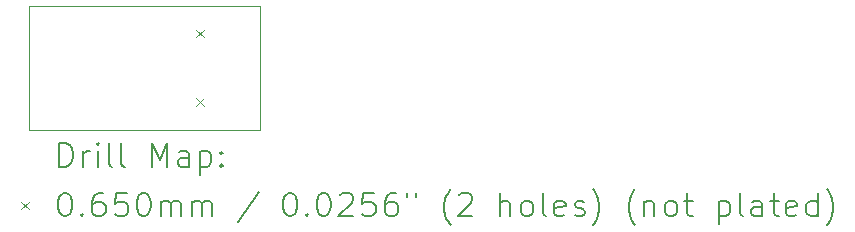
<source format=gbr>
%TF.GenerationSoftware,KiCad,Pcbnew,7.0.10*%
%TF.CreationDate,2024-07-12T16:17:27+02:00*%
%TF.ProjectId,MouthIO_v3,4d6f7574-6849-44f5-9f76-332e6b696361,rev?*%
%TF.SameCoordinates,Original*%
%TF.FileFunction,Drillmap*%
%TF.FilePolarity,Positive*%
%FSLAX45Y45*%
G04 Gerber Fmt 4.5, Leading zero omitted, Abs format (unit mm)*
G04 Created by KiCad (PCBNEW 7.0.10) date 2024-07-12 16:17:27*
%MOMM*%
%LPD*%
G01*
G04 APERTURE LIST*
%ADD10C,0.050000*%
%ADD11C,0.200000*%
%ADD12C,0.100000*%
G04 APERTURE END LIST*
D10*
X15750110Y-9975360D02*
X13792200Y-9975360D01*
X15750110Y-11025360D02*
X15750110Y-9975360D01*
X13792200Y-11025360D02*
X15750110Y-11025360D01*
X13792200Y-9975360D02*
X13792200Y-11025360D01*
D11*
D12*
X15207610Y-10178860D02*
X15272610Y-10243860D01*
X15272610Y-10178860D02*
X15207610Y-10243860D01*
X15207610Y-10756860D02*
X15272610Y-10821860D01*
X15272610Y-10756860D02*
X15207610Y-10821860D01*
D11*
X14050477Y-11339344D02*
X14050477Y-11139344D01*
X14050477Y-11139344D02*
X14098096Y-11139344D01*
X14098096Y-11139344D02*
X14126667Y-11148868D01*
X14126667Y-11148868D02*
X14145715Y-11167915D01*
X14145715Y-11167915D02*
X14155239Y-11186963D01*
X14155239Y-11186963D02*
X14164762Y-11225058D01*
X14164762Y-11225058D02*
X14164762Y-11253629D01*
X14164762Y-11253629D02*
X14155239Y-11291725D01*
X14155239Y-11291725D02*
X14145715Y-11310772D01*
X14145715Y-11310772D02*
X14126667Y-11329820D01*
X14126667Y-11329820D02*
X14098096Y-11339344D01*
X14098096Y-11339344D02*
X14050477Y-11339344D01*
X14250477Y-11339344D02*
X14250477Y-11206010D01*
X14250477Y-11244106D02*
X14260001Y-11225058D01*
X14260001Y-11225058D02*
X14269524Y-11215534D01*
X14269524Y-11215534D02*
X14288572Y-11206010D01*
X14288572Y-11206010D02*
X14307620Y-11206010D01*
X14374286Y-11339344D02*
X14374286Y-11206010D01*
X14374286Y-11139344D02*
X14364762Y-11148868D01*
X14364762Y-11148868D02*
X14374286Y-11158391D01*
X14374286Y-11158391D02*
X14383810Y-11148868D01*
X14383810Y-11148868D02*
X14374286Y-11139344D01*
X14374286Y-11139344D02*
X14374286Y-11158391D01*
X14498096Y-11339344D02*
X14479048Y-11329820D01*
X14479048Y-11329820D02*
X14469524Y-11310772D01*
X14469524Y-11310772D02*
X14469524Y-11139344D01*
X14602858Y-11339344D02*
X14583810Y-11329820D01*
X14583810Y-11329820D02*
X14574286Y-11310772D01*
X14574286Y-11310772D02*
X14574286Y-11139344D01*
X14831429Y-11339344D02*
X14831429Y-11139344D01*
X14831429Y-11139344D02*
X14898096Y-11282201D01*
X14898096Y-11282201D02*
X14964762Y-11139344D01*
X14964762Y-11139344D02*
X14964762Y-11339344D01*
X15145715Y-11339344D02*
X15145715Y-11234582D01*
X15145715Y-11234582D02*
X15136191Y-11215534D01*
X15136191Y-11215534D02*
X15117143Y-11206010D01*
X15117143Y-11206010D02*
X15079048Y-11206010D01*
X15079048Y-11206010D02*
X15060001Y-11215534D01*
X15145715Y-11329820D02*
X15126667Y-11339344D01*
X15126667Y-11339344D02*
X15079048Y-11339344D01*
X15079048Y-11339344D02*
X15060001Y-11329820D01*
X15060001Y-11329820D02*
X15050477Y-11310772D01*
X15050477Y-11310772D02*
X15050477Y-11291725D01*
X15050477Y-11291725D02*
X15060001Y-11272677D01*
X15060001Y-11272677D02*
X15079048Y-11263153D01*
X15079048Y-11263153D02*
X15126667Y-11263153D01*
X15126667Y-11263153D02*
X15145715Y-11253629D01*
X15240953Y-11206010D02*
X15240953Y-11406010D01*
X15240953Y-11215534D02*
X15260001Y-11206010D01*
X15260001Y-11206010D02*
X15298096Y-11206010D01*
X15298096Y-11206010D02*
X15317143Y-11215534D01*
X15317143Y-11215534D02*
X15326667Y-11225058D01*
X15326667Y-11225058D02*
X15336191Y-11244106D01*
X15336191Y-11244106D02*
X15336191Y-11301248D01*
X15336191Y-11301248D02*
X15326667Y-11320296D01*
X15326667Y-11320296D02*
X15317143Y-11329820D01*
X15317143Y-11329820D02*
X15298096Y-11339344D01*
X15298096Y-11339344D02*
X15260001Y-11339344D01*
X15260001Y-11339344D02*
X15240953Y-11329820D01*
X15421905Y-11320296D02*
X15431429Y-11329820D01*
X15431429Y-11329820D02*
X15421905Y-11339344D01*
X15421905Y-11339344D02*
X15412382Y-11329820D01*
X15412382Y-11329820D02*
X15421905Y-11320296D01*
X15421905Y-11320296D02*
X15421905Y-11339344D01*
X15421905Y-11215534D02*
X15431429Y-11225058D01*
X15431429Y-11225058D02*
X15421905Y-11234582D01*
X15421905Y-11234582D02*
X15412382Y-11225058D01*
X15412382Y-11225058D02*
X15421905Y-11215534D01*
X15421905Y-11215534D02*
X15421905Y-11234582D01*
D12*
X13724700Y-11635360D02*
X13789700Y-11700360D01*
X13789700Y-11635360D02*
X13724700Y-11700360D01*
D11*
X14088572Y-11559344D02*
X14107620Y-11559344D01*
X14107620Y-11559344D02*
X14126667Y-11568868D01*
X14126667Y-11568868D02*
X14136191Y-11578391D01*
X14136191Y-11578391D02*
X14145715Y-11597439D01*
X14145715Y-11597439D02*
X14155239Y-11635534D01*
X14155239Y-11635534D02*
X14155239Y-11683153D01*
X14155239Y-11683153D02*
X14145715Y-11721248D01*
X14145715Y-11721248D02*
X14136191Y-11740296D01*
X14136191Y-11740296D02*
X14126667Y-11749820D01*
X14126667Y-11749820D02*
X14107620Y-11759344D01*
X14107620Y-11759344D02*
X14088572Y-11759344D01*
X14088572Y-11759344D02*
X14069524Y-11749820D01*
X14069524Y-11749820D02*
X14060001Y-11740296D01*
X14060001Y-11740296D02*
X14050477Y-11721248D01*
X14050477Y-11721248D02*
X14040953Y-11683153D01*
X14040953Y-11683153D02*
X14040953Y-11635534D01*
X14040953Y-11635534D02*
X14050477Y-11597439D01*
X14050477Y-11597439D02*
X14060001Y-11578391D01*
X14060001Y-11578391D02*
X14069524Y-11568868D01*
X14069524Y-11568868D02*
X14088572Y-11559344D01*
X14240953Y-11740296D02*
X14250477Y-11749820D01*
X14250477Y-11749820D02*
X14240953Y-11759344D01*
X14240953Y-11759344D02*
X14231429Y-11749820D01*
X14231429Y-11749820D02*
X14240953Y-11740296D01*
X14240953Y-11740296D02*
X14240953Y-11759344D01*
X14421905Y-11559344D02*
X14383810Y-11559344D01*
X14383810Y-11559344D02*
X14364762Y-11568868D01*
X14364762Y-11568868D02*
X14355239Y-11578391D01*
X14355239Y-11578391D02*
X14336191Y-11606963D01*
X14336191Y-11606963D02*
X14326667Y-11645058D01*
X14326667Y-11645058D02*
X14326667Y-11721248D01*
X14326667Y-11721248D02*
X14336191Y-11740296D01*
X14336191Y-11740296D02*
X14345715Y-11749820D01*
X14345715Y-11749820D02*
X14364762Y-11759344D01*
X14364762Y-11759344D02*
X14402858Y-11759344D01*
X14402858Y-11759344D02*
X14421905Y-11749820D01*
X14421905Y-11749820D02*
X14431429Y-11740296D01*
X14431429Y-11740296D02*
X14440953Y-11721248D01*
X14440953Y-11721248D02*
X14440953Y-11673629D01*
X14440953Y-11673629D02*
X14431429Y-11654582D01*
X14431429Y-11654582D02*
X14421905Y-11645058D01*
X14421905Y-11645058D02*
X14402858Y-11635534D01*
X14402858Y-11635534D02*
X14364762Y-11635534D01*
X14364762Y-11635534D02*
X14345715Y-11645058D01*
X14345715Y-11645058D02*
X14336191Y-11654582D01*
X14336191Y-11654582D02*
X14326667Y-11673629D01*
X14621905Y-11559344D02*
X14526667Y-11559344D01*
X14526667Y-11559344D02*
X14517143Y-11654582D01*
X14517143Y-11654582D02*
X14526667Y-11645058D01*
X14526667Y-11645058D02*
X14545715Y-11635534D01*
X14545715Y-11635534D02*
X14593334Y-11635534D01*
X14593334Y-11635534D02*
X14612382Y-11645058D01*
X14612382Y-11645058D02*
X14621905Y-11654582D01*
X14621905Y-11654582D02*
X14631429Y-11673629D01*
X14631429Y-11673629D02*
X14631429Y-11721248D01*
X14631429Y-11721248D02*
X14621905Y-11740296D01*
X14621905Y-11740296D02*
X14612382Y-11749820D01*
X14612382Y-11749820D02*
X14593334Y-11759344D01*
X14593334Y-11759344D02*
X14545715Y-11759344D01*
X14545715Y-11759344D02*
X14526667Y-11749820D01*
X14526667Y-11749820D02*
X14517143Y-11740296D01*
X14755239Y-11559344D02*
X14774286Y-11559344D01*
X14774286Y-11559344D02*
X14793334Y-11568868D01*
X14793334Y-11568868D02*
X14802858Y-11578391D01*
X14802858Y-11578391D02*
X14812382Y-11597439D01*
X14812382Y-11597439D02*
X14821905Y-11635534D01*
X14821905Y-11635534D02*
X14821905Y-11683153D01*
X14821905Y-11683153D02*
X14812382Y-11721248D01*
X14812382Y-11721248D02*
X14802858Y-11740296D01*
X14802858Y-11740296D02*
X14793334Y-11749820D01*
X14793334Y-11749820D02*
X14774286Y-11759344D01*
X14774286Y-11759344D02*
X14755239Y-11759344D01*
X14755239Y-11759344D02*
X14736191Y-11749820D01*
X14736191Y-11749820D02*
X14726667Y-11740296D01*
X14726667Y-11740296D02*
X14717143Y-11721248D01*
X14717143Y-11721248D02*
X14707620Y-11683153D01*
X14707620Y-11683153D02*
X14707620Y-11635534D01*
X14707620Y-11635534D02*
X14717143Y-11597439D01*
X14717143Y-11597439D02*
X14726667Y-11578391D01*
X14726667Y-11578391D02*
X14736191Y-11568868D01*
X14736191Y-11568868D02*
X14755239Y-11559344D01*
X14907620Y-11759344D02*
X14907620Y-11626010D01*
X14907620Y-11645058D02*
X14917143Y-11635534D01*
X14917143Y-11635534D02*
X14936191Y-11626010D01*
X14936191Y-11626010D02*
X14964763Y-11626010D01*
X14964763Y-11626010D02*
X14983810Y-11635534D01*
X14983810Y-11635534D02*
X14993334Y-11654582D01*
X14993334Y-11654582D02*
X14993334Y-11759344D01*
X14993334Y-11654582D02*
X15002858Y-11635534D01*
X15002858Y-11635534D02*
X15021905Y-11626010D01*
X15021905Y-11626010D02*
X15050477Y-11626010D01*
X15050477Y-11626010D02*
X15069524Y-11635534D01*
X15069524Y-11635534D02*
X15079048Y-11654582D01*
X15079048Y-11654582D02*
X15079048Y-11759344D01*
X15174286Y-11759344D02*
X15174286Y-11626010D01*
X15174286Y-11645058D02*
X15183810Y-11635534D01*
X15183810Y-11635534D02*
X15202858Y-11626010D01*
X15202858Y-11626010D02*
X15231429Y-11626010D01*
X15231429Y-11626010D02*
X15250477Y-11635534D01*
X15250477Y-11635534D02*
X15260001Y-11654582D01*
X15260001Y-11654582D02*
X15260001Y-11759344D01*
X15260001Y-11654582D02*
X15269524Y-11635534D01*
X15269524Y-11635534D02*
X15288572Y-11626010D01*
X15288572Y-11626010D02*
X15317143Y-11626010D01*
X15317143Y-11626010D02*
X15336191Y-11635534D01*
X15336191Y-11635534D02*
X15345715Y-11654582D01*
X15345715Y-11654582D02*
X15345715Y-11759344D01*
X15736191Y-11549820D02*
X15564763Y-11806963D01*
X15993334Y-11559344D02*
X16012382Y-11559344D01*
X16012382Y-11559344D02*
X16031429Y-11568868D01*
X16031429Y-11568868D02*
X16040953Y-11578391D01*
X16040953Y-11578391D02*
X16050477Y-11597439D01*
X16050477Y-11597439D02*
X16060001Y-11635534D01*
X16060001Y-11635534D02*
X16060001Y-11683153D01*
X16060001Y-11683153D02*
X16050477Y-11721248D01*
X16050477Y-11721248D02*
X16040953Y-11740296D01*
X16040953Y-11740296D02*
X16031429Y-11749820D01*
X16031429Y-11749820D02*
X16012382Y-11759344D01*
X16012382Y-11759344D02*
X15993334Y-11759344D01*
X15993334Y-11759344D02*
X15974286Y-11749820D01*
X15974286Y-11749820D02*
X15964763Y-11740296D01*
X15964763Y-11740296D02*
X15955239Y-11721248D01*
X15955239Y-11721248D02*
X15945715Y-11683153D01*
X15945715Y-11683153D02*
X15945715Y-11635534D01*
X15945715Y-11635534D02*
X15955239Y-11597439D01*
X15955239Y-11597439D02*
X15964763Y-11578391D01*
X15964763Y-11578391D02*
X15974286Y-11568868D01*
X15974286Y-11568868D02*
X15993334Y-11559344D01*
X16145715Y-11740296D02*
X16155239Y-11749820D01*
X16155239Y-11749820D02*
X16145715Y-11759344D01*
X16145715Y-11759344D02*
X16136191Y-11749820D01*
X16136191Y-11749820D02*
X16145715Y-11740296D01*
X16145715Y-11740296D02*
X16145715Y-11759344D01*
X16279048Y-11559344D02*
X16298096Y-11559344D01*
X16298096Y-11559344D02*
X16317144Y-11568868D01*
X16317144Y-11568868D02*
X16326667Y-11578391D01*
X16326667Y-11578391D02*
X16336191Y-11597439D01*
X16336191Y-11597439D02*
X16345715Y-11635534D01*
X16345715Y-11635534D02*
X16345715Y-11683153D01*
X16345715Y-11683153D02*
X16336191Y-11721248D01*
X16336191Y-11721248D02*
X16326667Y-11740296D01*
X16326667Y-11740296D02*
X16317144Y-11749820D01*
X16317144Y-11749820D02*
X16298096Y-11759344D01*
X16298096Y-11759344D02*
X16279048Y-11759344D01*
X16279048Y-11759344D02*
X16260001Y-11749820D01*
X16260001Y-11749820D02*
X16250477Y-11740296D01*
X16250477Y-11740296D02*
X16240953Y-11721248D01*
X16240953Y-11721248D02*
X16231429Y-11683153D01*
X16231429Y-11683153D02*
X16231429Y-11635534D01*
X16231429Y-11635534D02*
X16240953Y-11597439D01*
X16240953Y-11597439D02*
X16250477Y-11578391D01*
X16250477Y-11578391D02*
X16260001Y-11568868D01*
X16260001Y-11568868D02*
X16279048Y-11559344D01*
X16421906Y-11578391D02*
X16431429Y-11568868D01*
X16431429Y-11568868D02*
X16450477Y-11559344D01*
X16450477Y-11559344D02*
X16498096Y-11559344D01*
X16498096Y-11559344D02*
X16517144Y-11568868D01*
X16517144Y-11568868D02*
X16526667Y-11578391D01*
X16526667Y-11578391D02*
X16536191Y-11597439D01*
X16536191Y-11597439D02*
X16536191Y-11616487D01*
X16536191Y-11616487D02*
X16526667Y-11645058D01*
X16526667Y-11645058D02*
X16412382Y-11759344D01*
X16412382Y-11759344D02*
X16536191Y-11759344D01*
X16717144Y-11559344D02*
X16621906Y-11559344D01*
X16621906Y-11559344D02*
X16612382Y-11654582D01*
X16612382Y-11654582D02*
X16621906Y-11645058D01*
X16621906Y-11645058D02*
X16640953Y-11635534D01*
X16640953Y-11635534D02*
X16688572Y-11635534D01*
X16688572Y-11635534D02*
X16707620Y-11645058D01*
X16707620Y-11645058D02*
X16717144Y-11654582D01*
X16717144Y-11654582D02*
X16726667Y-11673629D01*
X16726667Y-11673629D02*
X16726667Y-11721248D01*
X16726667Y-11721248D02*
X16717144Y-11740296D01*
X16717144Y-11740296D02*
X16707620Y-11749820D01*
X16707620Y-11749820D02*
X16688572Y-11759344D01*
X16688572Y-11759344D02*
X16640953Y-11759344D01*
X16640953Y-11759344D02*
X16621906Y-11749820D01*
X16621906Y-11749820D02*
X16612382Y-11740296D01*
X16898096Y-11559344D02*
X16860001Y-11559344D01*
X16860001Y-11559344D02*
X16840953Y-11568868D01*
X16840953Y-11568868D02*
X16831429Y-11578391D01*
X16831429Y-11578391D02*
X16812382Y-11606963D01*
X16812382Y-11606963D02*
X16802858Y-11645058D01*
X16802858Y-11645058D02*
X16802858Y-11721248D01*
X16802858Y-11721248D02*
X16812382Y-11740296D01*
X16812382Y-11740296D02*
X16821906Y-11749820D01*
X16821906Y-11749820D02*
X16840953Y-11759344D01*
X16840953Y-11759344D02*
X16879049Y-11759344D01*
X16879049Y-11759344D02*
X16898096Y-11749820D01*
X16898096Y-11749820D02*
X16907620Y-11740296D01*
X16907620Y-11740296D02*
X16917144Y-11721248D01*
X16917144Y-11721248D02*
X16917144Y-11673629D01*
X16917144Y-11673629D02*
X16907620Y-11654582D01*
X16907620Y-11654582D02*
X16898096Y-11645058D01*
X16898096Y-11645058D02*
X16879049Y-11635534D01*
X16879049Y-11635534D02*
X16840953Y-11635534D01*
X16840953Y-11635534D02*
X16821906Y-11645058D01*
X16821906Y-11645058D02*
X16812382Y-11654582D01*
X16812382Y-11654582D02*
X16802858Y-11673629D01*
X16993334Y-11559344D02*
X16993334Y-11597439D01*
X17069525Y-11559344D02*
X17069525Y-11597439D01*
X17364763Y-11835534D02*
X17355239Y-11826010D01*
X17355239Y-11826010D02*
X17336191Y-11797439D01*
X17336191Y-11797439D02*
X17326668Y-11778391D01*
X17326668Y-11778391D02*
X17317144Y-11749820D01*
X17317144Y-11749820D02*
X17307620Y-11702201D01*
X17307620Y-11702201D02*
X17307620Y-11664106D01*
X17307620Y-11664106D02*
X17317144Y-11616487D01*
X17317144Y-11616487D02*
X17326668Y-11587915D01*
X17326668Y-11587915D02*
X17336191Y-11568868D01*
X17336191Y-11568868D02*
X17355239Y-11540296D01*
X17355239Y-11540296D02*
X17364763Y-11530772D01*
X17431430Y-11578391D02*
X17440953Y-11568868D01*
X17440953Y-11568868D02*
X17460001Y-11559344D01*
X17460001Y-11559344D02*
X17507620Y-11559344D01*
X17507620Y-11559344D02*
X17526668Y-11568868D01*
X17526668Y-11568868D02*
X17536191Y-11578391D01*
X17536191Y-11578391D02*
X17545715Y-11597439D01*
X17545715Y-11597439D02*
X17545715Y-11616487D01*
X17545715Y-11616487D02*
X17536191Y-11645058D01*
X17536191Y-11645058D02*
X17421906Y-11759344D01*
X17421906Y-11759344D02*
X17545715Y-11759344D01*
X17783811Y-11759344D02*
X17783811Y-11559344D01*
X17869525Y-11759344D02*
X17869525Y-11654582D01*
X17869525Y-11654582D02*
X17860001Y-11635534D01*
X17860001Y-11635534D02*
X17840953Y-11626010D01*
X17840953Y-11626010D02*
X17812382Y-11626010D01*
X17812382Y-11626010D02*
X17793334Y-11635534D01*
X17793334Y-11635534D02*
X17783811Y-11645058D01*
X17993334Y-11759344D02*
X17974287Y-11749820D01*
X17974287Y-11749820D02*
X17964763Y-11740296D01*
X17964763Y-11740296D02*
X17955239Y-11721248D01*
X17955239Y-11721248D02*
X17955239Y-11664106D01*
X17955239Y-11664106D02*
X17964763Y-11645058D01*
X17964763Y-11645058D02*
X17974287Y-11635534D01*
X17974287Y-11635534D02*
X17993334Y-11626010D01*
X17993334Y-11626010D02*
X18021906Y-11626010D01*
X18021906Y-11626010D02*
X18040953Y-11635534D01*
X18040953Y-11635534D02*
X18050477Y-11645058D01*
X18050477Y-11645058D02*
X18060001Y-11664106D01*
X18060001Y-11664106D02*
X18060001Y-11721248D01*
X18060001Y-11721248D02*
X18050477Y-11740296D01*
X18050477Y-11740296D02*
X18040953Y-11749820D01*
X18040953Y-11749820D02*
X18021906Y-11759344D01*
X18021906Y-11759344D02*
X17993334Y-11759344D01*
X18174287Y-11759344D02*
X18155239Y-11749820D01*
X18155239Y-11749820D02*
X18145715Y-11730772D01*
X18145715Y-11730772D02*
X18145715Y-11559344D01*
X18326668Y-11749820D02*
X18307620Y-11759344D01*
X18307620Y-11759344D02*
X18269525Y-11759344D01*
X18269525Y-11759344D02*
X18250477Y-11749820D01*
X18250477Y-11749820D02*
X18240953Y-11730772D01*
X18240953Y-11730772D02*
X18240953Y-11654582D01*
X18240953Y-11654582D02*
X18250477Y-11635534D01*
X18250477Y-11635534D02*
X18269525Y-11626010D01*
X18269525Y-11626010D02*
X18307620Y-11626010D01*
X18307620Y-11626010D02*
X18326668Y-11635534D01*
X18326668Y-11635534D02*
X18336192Y-11654582D01*
X18336192Y-11654582D02*
X18336192Y-11673629D01*
X18336192Y-11673629D02*
X18240953Y-11692677D01*
X18412382Y-11749820D02*
X18431430Y-11759344D01*
X18431430Y-11759344D02*
X18469525Y-11759344D01*
X18469525Y-11759344D02*
X18488573Y-11749820D01*
X18488573Y-11749820D02*
X18498096Y-11730772D01*
X18498096Y-11730772D02*
X18498096Y-11721248D01*
X18498096Y-11721248D02*
X18488573Y-11702201D01*
X18488573Y-11702201D02*
X18469525Y-11692677D01*
X18469525Y-11692677D02*
X18440953Y-11692677D01*
X18440953Y-11692677D02*
X18421906Y-11683153D01*
X18421906Y-11683153D02*
X18412382Y-11664106D01*
X18412382Y-11664106D02*
X18412382Y-11654582D01*
X18412382Y-11654582D02*
X18421906Y-11635534D01*
X18421906Y-11635534D02*
X18440953Y-11626010D01*
X18440953Y-11626010D02*
X18469525Y-11626010D01*
X18469525Y-11626010D02*
X18488573Y-11635534D01*
X18564763Y-11835534D02*
X18574287Y-11826010D01*
X18574287Y-11826010D02*
X18593334Y-11797439D01*
X18593334Y-11797439D02*
X18602858Y-11778391D01*
X18602858Y-11778391D02*
X18612382Y-11749820D01*
X18612382Y-11749820D02*
X18621906Y-11702201D01*
X18621906Y-11702201D02*
X18621906Y-11664106D01*
X18621906Y-11664106D02*
X18612382Y-11616487D01*
X18612382Y-11616487D02*
X18602858Y-11587915D01*
X18602858Y-11587915D02*
X18593334Y-11568868D01*
X18593334Y-11568868D02*
X18574287Y-11540296D01*
X18574287Y-11540296D02*
X18564763Y-11530772D01*
X18926668Y-11835534D02*
X18917144Y-11826010D01*
X18917144Y-11826010D02*
X18898096Y-11797439D01*
X18898096Y-11797439D02*
X18888573Y-11778391D01*
X18888573Y-11778391D02*
X18879049Y-11749820D01*
X18879049Y-11749820D02*
X18869525Y-11702201D01*
X18869525Y-11702201D02*
X18869525Y-11664106D01*
X18869525Y-11664106D02*
X18879049Y-11616487D01*
X18879049Y-11616487D02*
X18888573Y-11587915D01*
X18888573Y-11587915D02*
X18898096Y-11568868D01*
X18898096Y-11568868D02*
X18917144Y-11540296D01*
X18917144Y-11540296D02*
X18926668Y-11530772D01*
X19002858Y-11626010D02*
X19002858Y-11759344D01*
X19002858Y-11645058D02*
X19012382Y-11635534D01*
X19012382Y-11635534D02*
X19031430Y-11626010D01*
X19031430Y-11626010D02*
X19060001Y-11626010D01*
X19060001Y-11626010D02*
X19079049Y-11635534D01*
X19079049Y-11635534D02*
X19088573Y-11654582D01*
X19088573Y-11654582D02*
X19088573Y-11759344D01*
X19212382Y-11759344D02*
X19193334Y-11749820D01*
X19193334Y-11749820D02*
X19183811Y-11740296D01*
X19183811Y-11740296D02*
X19174287Y-11721248D01*
X19174287Y-11721248D02*
X19174287Y-11664106D01*
X19174287Y-11664106D02*
X19183811Y-11645058D01*
X19183811Y-11645058D02*
X19193334Y-11635534D01*
X19193334Y-11635534D02*
X19212382Y-11626010D01*
X19212382Y-11626010D02*
X19240954Y-11626010D01*
X19240954Y-11626010D02*
X19260001Y-11635534D01*
X19260001Y-11635534D02*
X19269525Y-11645058D01*
X19269525Y-11645058D02*
X19279049Y-11664106D01*
X19279049Y-11664106D02*
X19279049Y-11721248D01*
X19279049Y-11721248D02*
X19269525Y-11740296D01*
X19269525Y-11740296D02*
X19260001Y-11749820D01*
X19260001Y-11749820D02*
X19240954Y-11759344D01*
X19240954Y-11759344D02*
X19212382Y-11759344D01*
X19336192Y-11626010D02*
X19412382Y-11626010D01*
X19364763Y-11559344D02*
X19364763Y-11730772D01*
X19364763Y-11730772D02*
X19374287Y-11749820D01*
X19374287Y-11749820D02*
X19393334Y-11759344D01*
X19393334Y-11759344D02*
X19412382Y-11759344D01*
X19631430Y-11626010D02*
X19631430Y-11826010D01*
X19631430Y-11635534D02*
X19650477Y-11626010D01*
X19650477Y-11626010D02*
X19688573Y-11626010D01*
X19688573Y-11626010D02*
X19707620Y-11635534D01*
X19707620Y-11635534D02*
X19717144Y-11645058D01*
X19717144Y-11645058D02*
X19726668Y-11664106D01*
X19726668Y-11664106D02*
X19726668Y-11721248D01*
X19726668Y-11721248D02*
X19717144Y-11740296D01*
X19717144Y-11740296D02*
X19707620Y-11749820D01*
X19707620Y-11749820D02*
X19688573Y-11759344D01*
X19688573Y-11759344D02*
X19650477Y-11759344D01*
X19650477Y-11759344D02*
X19631430Y-11749820D01*
X19840954Y-11759344D02*
X19821906Y-11749820D01*
X19821906Y-11749820D02*
X19812382Y-11730772D01*
X19812382Y-11730772D02*
X19812382Y-11559344D01*
X20002858Y-11759344D02*
X20002858Y-11654582D01*
X20002858Y-11654582D02*
X19993335Y-11635534D01*
X19993335Y-11635534D02*
X19974287Y-11626010D01*
X19974287Y-11626010D02*
X19936192Y-11626010D01*
X19936192Y-11626010D02*
X19917144Y-11635534D01*
X20002858Y-11749820D02*
X19983811Y-11759344D01*
X19983811Y-11759344D02*
X19936192Y-11759344D01*
X19936192Y-11759344D02*
X19917144Y-11749820D01*
X19917144Y-11749820D02*
X19907620Y-11730772D01*
X19907620Y-11730772D02*
X19907620Y-11711725D01*
X19907620Y-11711725D02*
X19917144Y-11692677D01*
X19917144Y-11692677D02*
X19936192Y-11683153D01*
X19936192Y-11683153D02*
X19983811Y-11683153D01*
X19983811Y-11683153D02*
X20002858Y-11673629D01*
X20069525Y-11626010D02*
X20145715Y-11626010D01*
X20098096Y-11559344D02*
X20098096Y-11730772D01*
X20098096Y-11730772D02*
X20107620Y-11749820D01*
X20107620Y-11749820D02*
X20126668Y-11759344D01*
X20126668Y-11759344D02*
X20145715Y-11759344D01*
X20288573Y-11749820D02*
X20269525Y-11759344D01*
X20269525Y-11759344D02*
X20231430Y-11759344D01*
X20231430Y-11759344D02*
X20212382Y-11749820D01*
X20212382Y-11749820D02*
X20202858Y-11730772D01*
X20202858Y-11730772D02*
X20202858Y-11654582D01*
X20202858Y-11654582D02*
X20212382Y-11635534D01*
X20212382Y-11635534D02*
X20231430Y-11626010D01*
X20231430Y-11626010D02*
X20269525Y-11626010D01*
X20269525Y-11626010D02*
X20288573Y-11635534D01*
X20288573Y-11635534D02*
X20298096Y-11654582D01*
X20298096Y-11654582D02*
X20298096Y-11673629D01*
X20298096Y-11673629D02*
X20202858Y-11692677D01*
X20469525Y-11759344D02*
X20469525Y-11559344D01*
X20469525Y-11749820D02*
X20450477Y-11759344D01*
X20450477Y-11759344D02*
X20412382Y-11759344D01*
X20412382Y-11759344D02*
X20393335Y-11749820D01*
X20393335Y-11749820D02*
X20383811Y-11740296D01*
X20383811Y-11740296D02*
X20374287Y-11721248D01*
X20374287Y-11721248D02*
X20374287Y-11664106D01*
X20374287Y-11664106D02*
X20383811Y-11645058D01*
X20383811Y-11645058D02*
X20393335Y-11635534D01*
X20393335Y-11635534D02*
X20412382Y-11626010D01*
X20412382Y-11626010D02*
X20450477Y-11626010D01*
X20450477Y-11626010D02*
X20469525Y-11635534D01*
X20545716Y-11835534D02*
X20555239Y-11826010D01*
X20555239Y-11826010D02*
X20574287Y-11797439D01*
X20574287Y-11797439D02*
X20583811Y-11778391D01*
X20583811Y-11778391D02*
X20593335Y-11749820D01*
X20593335Y-11749820D02*
X20602858Y-11702201D01*
X20602858Y-11702201D02*
X20602858Y-11664106D01*
X20602858Y-11664106D02*
X20593335Y-11616487D01*
X20593335Y-11616487D02*
X20583811Y-11587915D01*
X20583811Y-11587915D02*
X20574287Y-11568868D01*
X20574287Y-11568868D02*
X20555239Y-11540296D01*
X20555239Y-11540296D02*
X20545716Y-11530772D01*
M02*

</source>
